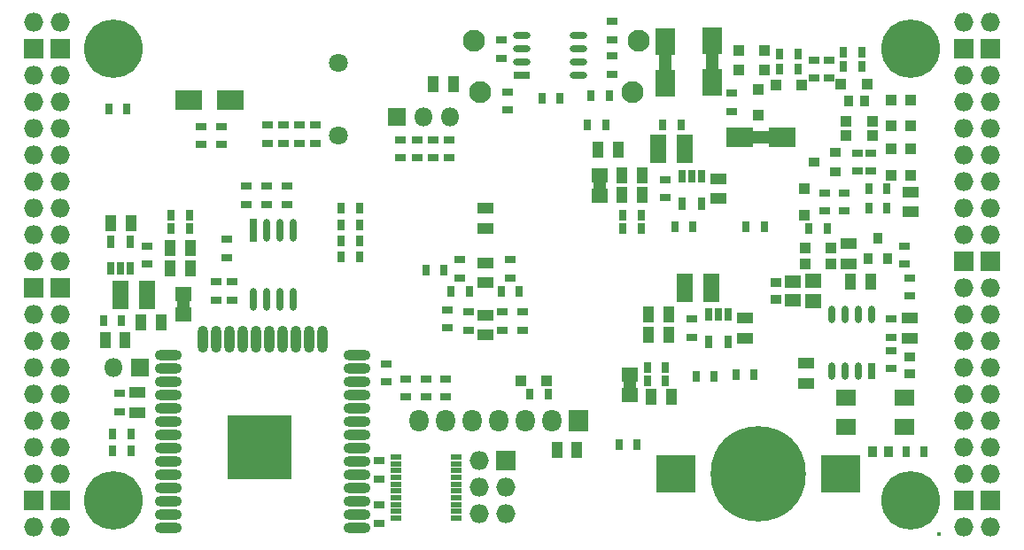
<source format=gbs>
G04 #@! TF.GenerationSoftware,KiCad,Pcbnew,5.0.0-rc3+dfsg1-2*
G04 #@! TF.CreationDate,2018-07-15T09:33:10+02:00*
G04 #@! TF.ProjectId,ulx3s,756C7833732E6B696361645F70636200,rev?*
G04 #@! TF.SameCoordinates,Original*
G04 #@! TF.FileFunction,Soldermask,Bot*
G04 #@! TF.FilePolarity,Negative*
%FSLAX46Y46*%
G04 Gerber Fmt 4.6, Leading zero omitted, Abs format (unit mm)*
G04 Created by KiCad (PCBNEW 5.0.0-rc3+dfsg1-2) date Sun Jul 15 09:33:10 2018*
%MOMM*%
%LPD*%
G01*
G04 APERTURE LIST*
%ADD10C,1.200000*%
%ADD11C,2.100000*%
%ADD12O,2.600000X1.000000*%
%ADD13O,1.000000X2.600000*%
%ADD14R,6.100000X6.100000*%
%ADD15R,0.770000X1.100000*%
%ADD16R,1.500000X1.395000*%
%ADD17R,2.600000X1.900000*%
%ADD18R,1.900000X2.600000*%
%ADD19R,3.800000X3.600000*%
%ADD20C,9.100000*%
%ADD21R,1.650000X0.700000*%
%ADD22O,1.650000X0.700000*%
%ADD23R,0.700000X2.200000*%
%ADD24O,0.700000X2.200000*%
%ADD25R,0.700000X1.650000*%
%ADD26O,0.700000X1.650000*%
%ADD27R,1.100000X0.500000*%
%ADD28R,0.800000X1.300000*%
%ADD29O,1.827200X1.827200*%
%ADD30R,1.827200X1.827200*%
%ADD31C,5.600000*%
%ADD32R,1.827200X2.132000*%
%ADD33O,1.827200X2.132000*%
%ADD34C,1.800000*%
%ADD35R,1.900000X1.500000*%
%ADD36R,1.070000X1.600000*%
%ADD37R,1.600000X1.070000*%
%ADD38R,1.100000X0.770000*%
%ADD39R,1.100000X1.100000*%
%ADD40C,0.400000*%
%ADD41R,1.800000X1.800000*%
%ADD42O,1.800000X1.800000*%
%ADD43R,1.600000X2.800000*%
%ADD44R,0.900000X1.000000*%
%ADD45R,1.000000X0.900000*%
%ADD46R,0.920000X1.100000*%
%ADD47R,1.100000X0.920000*%
%ADD48R,1.500000X1.220000*%
G04 APERTURE END LIST*
D10*
G04 #@! TO.C,RP3*
X149472000Y-77311000D02*
X149472000Y-79311000D01*
G04 #@! TO.C,RP2*
X109609000Y-88632000D02*
X109609000Y-90632000D01*
G04 #@! TO.C,RP1*
X152281000Y-96361000D02*
X152281000Y-98361000D01*
G04 #@! TO.C,RD9*
X166854000Y-73630000D02*
X162854000Y-73630000D01*
G04 #@! TO.C,RD52*
X160155000Y-64391000D02*
X160155000Y-68391000D01*
G04 #@! TO.C,RD51*
X155710000Y-68518000D02*
X155710000Y-64518000D01*
G04 #@! TD*
D11*
G04 #@! TO.C,GPDI1*
X152546000Y-69312000D03*
X138046000Y-69312000D03*
X153146000Y-64412000D03*
X137446000Y-64412000D03*
G04 #@! TD*
D12*
G04 #@! TO.C,U9*
X126230000Y-111000000D03*
X126230000Y-109730000D03*
X126230000Y-108460000D03*
X126230000Y-107190000D03*
X126230000Y-105920000D03*
X126230000Y-104650000D03*
X126230000Y-103380000D03*
X126230000Y-102110000D03*
X126230000Y-100840000D03*
X126230000Y-99570000D03*
X126230000Y-98300000D03*
X126230000Y-97030000D03*
X126230000Y-95760000D03*
X126230000Y-94490000D03*
D13*
X122945000Y-93000000D03*
X121675000Y-93000000D03*
X120405000Y-93000000D03*
X119135000Y-93000000D03*
X117865000Y-93000000D03*
X116595000Y-93000000D03*
X115325000Y-93000000D03*
X114055000Y-93000000D03*
X112785000Y-93000000D03*
X111515000Y-93000000D03*
D12*
X108230000Y-94490000D03*
X108230000Y-95760000D03*
X108230000Y-97030000D03*
X108230000Y-98300000D03*
X108230000Y-99570000D03*
X108230000Y-100840000D03*
X108230000Y-102110000D03*
X108230000Y-103380000D03*
X108230000Y-104650000D03*
X108230000Y-105920000D03*
X108230000Y-107190000D03*
X108230000Y-108460000D03*
X108230000Y-109730000D03*
X108230000Y-111000000D03*
D14*
X116930000Y-103300000D03*
G04 #@! TD*
D15*
G04 #@! TO.C,C49*
X103738000Y-91156000D03*
X101988000Y-91156000D03*
G04 #@! TD*
D16*
G04 #@! TO.C,RP3*
X149472000Y-79278500D03*
X149472000Y-77343500D03*
G04 #@! TD*
G04 #@! TO.C,RP2*
X109609000Y-90599500D03*
X109609000Y-88664500D03*
G04 #@! TD*
G04 #@! TO.C,RP1*
X152281000Y-98328500D03*
X152281000Y-96393500D03*
G04 #@! TD*
D17*
G04 #@! TO.C,RD9*
X162854000Y-73630000D03*
X166854000Y-73630000D03*
G04 #@! TD*
D18*
G04 #@! TO.C,RD52*
X160155000Y-68391000D03*
X160155000Y-64391000D03*
G04 #@! TD*
G04 #@! TO.C,RD51*
X155710000Y-64518000D03*
X155710000Y-68518000D03*
G04 #@! TD*
D19*
G04 #@! TO.C,BAT1*
X172485000Y-105870000D03*
X156685000Y-105870000D03*
D20*
X164585000Y-105870000D03*
G04 #@! TD*
D21*
G04 #@! TO.C,U11*
X141980000Y-67706500D03*
D22*
X141980000Y-66436500D03*
X141980000Y-65166500D03*
X141980000Y-63896500D03*
X147380000Y-63896500D03*
X147380000Y-65166500D03*
X147380000Y-66436500D03*
X147380000Y-67706500D03*
G04 #@! TD*
D23*
G04 #@! TO.C,U10*
X116340000Y-82520000D03*
D24*
X117610000Y-82520000D03*
X118880000Y-82520000D03*
X120150000Y-82520000D03*
X120150000Y-89124000D03*
X118880000Y-89124000D03*
X117610000Y-89124000D03*
X116340000Y-89124000D03*
G04 #@! TD*
D25*
G04 #@! TO.C,U7*
X175395000Y-96015000D03*
D26*
X174125000Y-96015000D03*
X172855000Y-96015000D03*
X171585000Y-96015000D03*
X171585000Y-90615000D03*
X172855000Y-90615000D03*
X174125000Y-90615000D03*
X175395000Y-90615000D03*
G04 #@! TD*
D27*
G04 #@! TO.C,U6*
X129935000Y-104215000D03*
X129935000Y-104865000D03*
X129935000Y-105515000D03*
X129935000Y-106165000D03*
X129935000Y-106815000D03*
X129935000Y-107465000D03*
X129935000Y-108115000D03*
X129935000Y-108765000D03*
X129935000Y-109415000D03*
X129935000Y-110065000D03*
X135735000Y-110065000D03*
X135735000Y-109415000D03*
X135735000Y-108765000D03*
X135735000Y-108115000D03*
X135735000Y-107465000D03*
X135735000Y-106815000D03*
X135735000Y-106165000D03*
X135735000Y-105515000D03*
X135735000Y-104865000D03*
X135735000Y-104215000D03*
G04 #@! TD*
D28*
G04 #@! TO.C,U5*
X157285000Y-77392000D03*
X158235000Y-77392000D03*
X159185000Y-77392000D03*
X159185000Y-79992000D03*
X157285000Y-79992000D03*
G04 #@! TD*
G04 #@! TO.C,U3*
X159825000Y-90600000D03*
X160775000Y-90600000D03*
X161725000Y-90600000D03*
X161725000Y-93200000D03*
X159825000Y-93200000D03*
G04 #@! TD*
G04 #@! TO.C,U4*
X104575000Y-86215000D03*
X103625000Y-86215000D03*
X102675000Y-86215000D03*
X102675000Y-83615000D03*
X104575000Y-83615000D03*
G04 #@! TD*
D29*
G04 #@! TO.C,J1*
X97910000Y-62690000D03*
X95370000Y-62690000D03*
D30*
X97910000Y-65230000D03*
X95370000Y-65230000D03*
D29*
X97910000Y-67770000D03*
X95370000Y-67770000D03*
X97910000Y-70310000D03*
X95370000Y-70310000D03*
X97910000Y-72850000D03*
X95370000Y-72850000D03*
X97910000Y-75390000D03*
X95370000Y-75390000D03*
X97910000Y-77930000D03*
X95370000Y-77930000D03*
X97910000Y-80470000D03*
X95370000Y-80470000D03*
X97910000Y-83010000D03*
X95370000Y-83010000D03*
X97910000Y-85550000D03*
X95370000Y-85550000D03*
D30*
X97910000Y-88090000D03*
X95370000Y-88090000D03*
D29*
X97910000Y-90630000D03*
X95370000Y-90630000D03*
X97910000Y-93170000D03*
X95370000Y-93170000D03*
X97910000Y-95710000D03*
X95370000Y-95710000D03*
X97910000Y-98250000D03*
X95370000Y-98250000D03*
X97910000Y-100790000D03*
X95370000Y-100790000D03*
X97910000Y-103330000D03*
X95370000Y-103330000D03*
X97910000Y-105870000D03*
X95370000Y-105870000D03*
D30*
X97910000Y-108410000D03*
X95370000Y-108410000D03*
D29*
X97910000Y-110950000D03*
X95370000Y-110950000D03*
G04 #@! TD*
G04 #@! TO.C,J2*
X184270000Y-110950000D03*
X186810000Y-110950000D03*
D30*
X184270000Y-108410000D03*
X186810000Y-108410000D03*
D29*
X184270000Y-105870000D03*
X186810000Y-105870000D03*
X184270000Y-103330000D03*
X186810000Y-103330000D03*
X184270000Y-100790000D03*
X186810000Y-100790000D03*
X184270000Y-98250000D03*
X186810000Y-98250000D03*
X184270000Y-95710000D03*
X186810000Y-95710000D03*
X184270000Y-93170000D03*
X186810000Y-93170000D03*
X184270000Y-90630000D03*
X186810000Y-90630000D03*
X184270000Y-88090000D03*
X186810000Y-88090000D03*
D30*
X184270000Y-85550000D03*
X186810000Y-85550000D03*
D29*
X184270000Y-83010000D03*
X186810000Y-83010000D03*
X184270000Y-80470000D03*
X186810000Y-80470000D03*
X184270000Y-77930000D03*
X186810000Y-77930000D03*
X184270000Y-75390000D03*
X186810000Y-75390000D03*
X184270000Y-72850000D03*
X186810000Y-72850000D03*
X184270000Y-70310000D03*
X186810000Y-70310000D03*
X184270000Y-67770000D03*
X186810000Y-67770000D03*
D30*
X184270000Y-65230000D03*
X186810000Y-65230000D03*
D29*
X184270000Y-62690000D03*
X186810000Y-62690000D03*
G04 #@! TD*
D31*
G04 #@! TO.C,H1*
X102990000Y-108410000D03*
G04 #@! TD*
G04 #@! TO.C,H2*
X179190000Y-108410000D03*
G04 #@! TD*
G04 #@! TO.C,H3*
X179190000Y-65230000D03*
G04 #@! TD*
G04 #@! TO.C,H4*
X102990000Y-65230000D03*
G04 #@! TD*
D30*
G04 #@! TO.C,J4*
X140455000Y-104600000D03*
D29*
X137915000Y-104600000D03*
X140455000Y-107140000D03*
X137915000Y-107140000D03*
X140455000Y-109680000D03*
X137915000Y-109680000D03*
G04 #@! TD*
D32*
G04 #@! TO.C,OLED1*
X147440000Y-100790000D03*
D33*
X144900000Y-100790000D03*
X142360000Y-100790000D03*
X139820000Y-100790000D03*
X137280000Y-100790000D03*
X134740000Y-100790000D03*
X132200000Y-100790000D03*
G04 #@! TD*
D34*
G04 #@! TO.C,AUDIO1*
X124468000Y-66518000D03*
X124468000Y-73518000D03*
G04 #@! TD*
D35*
G04 #@! TO.C,Y2*
X178576000Y-98522000D03*
X172976000Y-98522000D03*
X172976000Y-101322000D03*
X178576000Y-101322000D03*
G04 #@! TD*
D36*
G04 #@! TO.C,C47*
X133546000Y-68550000D03*
X135456000Y-68550000D03*
G04 #@! TD*
G04 #@! TO.C,C1*
X102748500Y-81885000D03*
X104658500Y-81885000D03*
G04 #@! TD*
D15*
G04 #@! TO.C,C2*
X153985000Y-96910000D03*
X155735000Y-96910000D03*
G04 #@! TD*
D36*
G04 #@! TO.C,C3*
X156015000Y-90630000D03*
X154105000Y-90630000D03*
G04 #@! TD*
G04 #@! TO.C,C4*
X154105000Y-92535000D03*
X156015000Y-92535000D03*
G04 #@! TD*
D37*
G04 #@! TO.C,C5*
X163315000Y-90945000D03*
X163315000Y-92855000D03*
G04 #@! TD*
D15*
G04 #@! TO.C,C6*
X151645000Y-82375000D03*
X153395000Y-82375000D03*
G04 #@! TD*
D36*
G04 #@! TO.C,C7*
X153475000Y-79200000D03*
X151565000Y-79200000D03*
G04 #@! TD*
G04 #@! TO.C,C8*
X153475000Y-77295000D03*
X151565000Y-77295000D03*
G04 #@! TD*
D37*
G04 #@! TO.C,C9*
X160775000Y-79520000D03*
X160775000Y-77610000D03*
G04 #@! TD*
D15*
G04 #@! TO.C,C10*
X108465000Y-81105000D03*
X110215000Y-81105000D03*
G04 #@! TD*
D36*
G04 #@! TO.C,C11*
X108385000Y-84280000D03*
X110295000Y-84280000D03*
G04 #@! TD*
G04 #@! TO.C,C12*
X110295000Y-86185000D03*
X108385000Y-86185000D03*
G04 #@! TD*
D37*
G04 #@! TO.C,C13*
X173221000Y-83833000D03*
X173221000Y-85743000D03*
G04 #@! TD*
D38*
G04 #@! TO.C,C14*
X175380000Y-76900000D03*
X175380000Y-75150000D03*
G04 #@! TD*
D37*
G04 #@! TO.C,C15*
X105276000Y-99967000D03*
X105276000Y-98057000D03*
G04 #@! TD*
D36*
G04 #@! TO.C,C16*
X173424000Y-87473000D03*
X175334000Y-87473000D03*
G04 #@! TD*
D37*
G04 #@! TO.C,C17*
X138500000Y-90665000D03*
X138500000Y-92575000D03*
G04 #@! TD*
D38*
G04 #@! TO.C,C18*
X150589600Y-64359000D03*
X150589600Y-62609000D03*
G04 #@! TD*
D37*
G04 #@! TO.C,C19*
X138500000Y-82375000D03*
X138500000Y-80465000D03*
G04 #@! TD*
G04 #@! TO.C,C20*
X138500000Y-87575000D03*
X138500000Y-85665000D03*
G04 #@! TD*
D36*
G04 #@! TO.C,C21*
X104072000Y-93061000D03*
X102162000Y-93061000D03*
G04 #@! TD*
G04 #@! TO.C,C22*
X154359000Y-98504000D03*
X156269000Y-98504000D03*
G04 #@! TD*
G04 #@! TO.C,C23*
X105591000Y-91392000D03*
X107501000Y-91392000D03*
G04 #@! TD*
G04 #@! TO.C,C24*
X151189000Y-74882000D03*
X149279000Y-74882000D03*
G04 #@! TD*
D38*
G04 #@! TO.C,C25*
X140900000Y-87095000D03*
X140900000Y-85345000D03*
G04 #@! TD*
G04 #@! TO.C,C26*
X136100000Y-87095000D03*
X136100000Y-85345000D03*
G04 #@! TD*
G04 #@! TO.C,C27*
X136900000Y-92095000D03*
X136900000Y-90345000D03*
G04 #@! TD*
G04 #@! TO.C,C28*
X140100000Y-90345000D03*
X140100000Y-92095000D03*
G04 #@! TD*
G04 #@! TO.C,C29*
X142100000Y-92095000D03*
X142100000Y-90345000D03*
G04 #@! TD*
G04 #@! TO.C,C30*
X134900000Y-90145000D03*
X134900000Y-91895000D03*
G04 #@! TD*
D15*
G04 #@! TO.C,C31*
X135225000Y-88420000D03*
X136975000Y-88420000D03*
G04 #@! TD*
G04 #@! TO.C,C32*
X140025000Y-88420000D03*
X141775000Y-88420000D03*
G04 #@! TD*
G04 #@! TO.C,C33*
X163425000Y-82220000D03*
X165175000Y-82220000D03*
G04 #@! TD*
G04 #@! TO.C,C34*
X158375000Y-82220000D03*
X156625000Y-82220000D03*
G04 #@! TD*
D38*
G04 #@! TO.C,C35*
X177300000Y-94025000D03*
X177300000Y-95775000D03*
G04 #@! TD*
D36*
G04 #@! TO.C,C46*
X145342000Y-103584000D03*
X147252000Y-103584000D03*
G04 #@! TD*
D15*
G04 #@! TO.C,C48*
X104246000Y-70963000D03*
X102496000Y-70963000D03*
G04 #@! TD*
D38*
G04 #@! TO.C,C50*
X179063000Y-88856000D03*
X179063000Y-87106000D03*
G04 #@! TD*
D15*
G04 #@! TO.C,C51*
X180473000Y-103711000D03*
X178723000Y-103711000D03*
G04 #@! TD*
G04 #@! TO.C,C52*
X158645000Y-96490000D03*
X160395000Y-96490000D03*
G04 #@! TD*
G04 #@! TO.C,C53*
X132827200Y-86330000D03*
X134577200Y-86330000D03*
G04 #@! TD*
D37*
G04 #@! TO.C,C54*
X169172000Y-95281000D03*
X169172000Y-97191000D03*
G04 #@! TD*
G04 #@! TO.C,D11*
X179190000Y-80790000D03*
X179190000Y-78880000D03*
G04 #@! TD*
D39*
G04 #@! TO.C,D10*
X169050000Y-84280000D03*
X171550000Y-84280000D03*
G04 #@! TD*
G04 #@! TO.C,D12*
X169030000Y-78585000D03*
X169030000Y-81085000D03*
G04 #@! TD*
G04 #@! TO.C,D13*
X171550000Y-85804000D03*
X169050000Y-85804000D03*
G04 #@! TD*
G04 #@! TO.C,D14*
X179190000Y-74775000D03*
X179190000Y-77275000D03*
G04 #@! TD*
G04 #@! TO.C,D15*
X177285000Y-77275000D03*
X177285000Y-74775000D03*
G04 #@! TD*
G04 #@! TO.C,D16*
X172987000Y-73503000D03*
X175487000Y-73503000D03*
G04 #@! TD*
G04 #@! TO.C,D17*
X164585000Y-69060000D03*
X164585000Y-71560000D03*
G04 #@! TD*
G04 #@! TO.C,D20*
X168756000Y-68659000D03*
X166256000Y-68659000D03*
G04 #@! TD*
G04 #@! TO.C,D21*
X174979000Y-68550000D03*
X172479000Y-68550000D03*
G04 #@! TD*
G04 #@! TO.C,D23*
X165200000Y-67262000D03*
X162700000Y-67262000D03*
G04 #@! TD*
G04 #@! TO.C,D24*
X162700000Y-65357000D03*
X165200000Y-65357000D03*
G04 #@! TD*
G04 #@! TO.C,D25*
X177285000Y-72594000D03*
X177285000Y-70094000D03*
G04 #@! TD*
G04 #@! TO.C,D26*
X179190000Y-70094000D03*
X179190000Y-72594000D03*
G04 #@! TD*
D40*
G04 #@! TO.C,AE1*
X181872000Y-111603000D03*
G04 #@! TD*
D38*
G04 #@! TO.C,R49*
X113277000Y-74360000D03*
X113277000Y-72610000D03*
G04 #@! TD*
G04 #@! TO.C,R50*
X111372000Y-72610000D03*
X111372000Y-74360000D03*
G04 #@! TD*
D15*
G04 #@! TO.C,R51*
X155455000Y-72487000D03*
X157205000Y-72487000D03*
G04 #@! TD*
D38*
G04 #@! TO.C,R52*
X171331000Y-66278000D03*
X171331000Y-68028000D03*
G04 #@! TD*
G04 #@! TO.C,R53*
X169919000Y-68028000D03*
X169919000Y-66278000D03*
G04 #@! TD*
D15*
G04 #@! TO.C,R54*
X174477000Y-65502000D03*
X172727000Y-65502000D03*
G04 #@! TD*
D38*
G04 #@! TO.C,R56*
X128390000Y-106321000D03*
X128390000Y-104571000D03*
G04 #@! TD*
G04 #@! TO.C,R57*
X117722000Y-72483000D03*
X117722000Y-74233000D03*
G04 #@! TD*
G04 #@! TO.C,R58*
X119246000Y-74233000D03*
X119246000Y-72483000D03*
G04 #@! TD*
G04 #@! TO.C,R59*
X120770000Y-72483000D03*
X120770000Y-74233000D03*
G04 #@! TD*
G04 #@! TO.C,R60*
X122294000Y-74233000D03*
X122294000Y-72483000D03*
G04 #@! TD*
D15*
G04 #@! TO.C,R61*
X145655000Y-69900000D03*
X143905000Y-69900000D03*
G04 #@! TD*
D41*
G04 #@! TO.C,J3*
X105530000Y-95710000D03*
D42*
X102990000Y-95710000D03*
G04 #@! TD*
D41*
G04 #@! TO.C,J5*
X130056000Y-71725000D03*
D42*
X132596000Y-71725000D03*
X135136000Y-71725000D03*
G04 #@! TD*
D15*
G04 #@! TO.C,R40*
X166631000Y-65738000D03*
X168381000Y-65738000D03*
G04 #@! TD*
D38*
G04 #@! TO.C,R55*
X134740000Y-96740000D03*
X134740000Y-98490000D03*
G04 #@! TD*
D37*
G04 #@! TO.C,C55*
X179078000Y-90963000D03*
X179078000Y-92873000D03*
G04 #@! TD*
D38*
G04 #@! TO.C,R65*
X177300000Y-92793000D03*
X177300000Y-91043000D03*
G04 #@! TD*
D43*
G04 #@! TO.C,L1*
X160140000Y-88090000D03*
X157600000Y-88090000D03*
G04 #@! TD*
G04 #@! TO.C,L2*
X103625000Y-88725000D03*
X106165000Y-88725000D03*
G04 #@! TD*
G04 #@! TO.C,L3*
X155060000Y-74755000D03*
X157600000Y-74755000D03*
G04 #@! TD*
D15*
G04 #@! TO.C,R1*
X171175000Y-82375000D03*
X169425000Y-82375000D03*
G04 #@! TD*
D38*
G04 #@! TO.C,R2*
X172840000Y-78960000D03*
X172840000Y-80710000D03*
G04 #@! TD*
G04 #@! TO.C,R3*
X162045000Y-71185000D03*
X162045000Y-69435000D03*
G04 #@! TD*
D15*
G04 #@! TO.C,R4*
X176890000Y-80470000D03*
X175140000Y-80470000D03*
G04 #@! TD*
D38*
G04 #@! TO.C,R5*
X174110000Y-75150000D03*
X174110000Y-76900000D03*
G04 #@! TD*
G04 #@! TO.C,R6*
X178555000Y-85790000D03*
X178555000Y-84040000D03*
G04 #@! TD*
G04 #@! TO.C,R7*
X113785000Y-85155000D03*
X113785000Y-83405000D03*
G04 #@! TD*
G04 #@! TO.C,R8*
X170935000Y-80710000D03*
X170935000Y-78960000D03*
G04 #@! TD*
G04 #@! TO.C,R9*
X128390000Y-110555000D03*
X128390000Y-108805000D03*
G04 #@! TD*
D15*
G04 #@! TO.C,R10*
X151264000Y-103076000D03*
X153014000Y-103076000D03*
G04 #@! TD*
D38*
G04 #@! TO.C,R11*
X119515000Y-80093000D03*
X119515000Y-78343000D03*
G04 #@! TD*
G04 #@! TO.C,R12*
X114308000Y-89219000D03*
X114308000Y-87469000D03*
G04 #@! TD*
D15*
G04 #@! TO.C,R13*
X175140000Y-78565000D03*
X176890000Y-78565000D03*
G04 #@! TD*
G04 #@! TO.C,R14*
X124721000Y-85060000D03*
X126471000Y-85060000D03*
G04 #@! TD*
G04 #@! TO.C,R15*
X126471000Y-83536000D03*
X124721000Y-83536000D03*
G04 #@! TD*
G04 #@! TO.C,R16*
X124721000Y-82012000D03*
X126471000Y-82012000D03*
G04 #@! TD*
G04 #@! TO.C,R17*
X126471000Y-80470000D03*
X124721000Y-80470000D03*
G04 #@! TD*
D38*
G04 #@! TO.C,R18*
X130422000Y-73898000D03*
X130422000Y-75648000D03*
G04 #@! TD*
G04 #@! TO.C,R19*
X131961000Y-73898000D03*
X131961000Y-75648000D03*
G04 #@! TD*
G04 #@! TO.C,R20*
X133485000Y-73898000D03*
X133485000Y-75648000D03*
G04 #@! TD*
G04 #@! TO.C,R21*
X135009000Y-75648000D03*
X135009000Y-73898000D03*
G04 #@! TD*
G04 #@! TO.C,R22*
X140025500Y-66105000D03*
X140025500Y-64355000D03*
G04 #@! TD*
G04 #@! TO.C,R23*
X140597000Y-71076000D03*
X140597000Y-69326000D03*
G04 #@! TD*
G04 #@! TO.C,R24*
X150615000Y-67647000D03*
X150615000Y-65897000D03*
G04 #@! TD*
D15*
G04 #@! TO.C,R25*
X148300000Y-72487000D03*
X150050000Y-72487000D03*
G04 #@! TD*
G04 #@! TO.C,R26*
X150362000Y-69693000D03*
X148612000Y-69693000D03*
G04 #@! TD*
D38*
G04 #@! TO.C,R27*
X129025000Y-95300000D03*
X129025000Y-97050000D03*
G04 #@! TD*
G04 #@! TO.C,R28*
X117595000Y-78343000D03*
X117595000Y-80093000D03*
G04 #@! TD*
G04 #@! TO.C,R29*
X112784000Y-89219000D03*
X112784000Y-87469000D03*
G04 #@! TD*
G04 #@! TO.C,R30*
X115690000Y-78343000D03*
X115690000Y-80093000D03*
G04 #@! TD*
D15*
G04 #@! TO.C,R31*
X142755000Y-98250000D03*
X144505000Y-98250000D03*
G04 #@! TD*
D38*
G04 #@! TO.C,R32*
X132835000Y-98490000D03*
X132835000Y-96740000D03*
G04 #@! TD*
G04 #@! TO.C,R33*
X130930000Y-96740000D03*
X130930000Y-98490000D03*
G04 #@! TD*
D15*
G04 #@! TO.C,R34*
X102877000Y-103600000D03*
X104627000Y-103600000D03*
G04 #@! TD*
G04 #@! TO.C,R35*
X102877000Y-102060000D03*
X104627000Y-102060000D03*
G04 #@! TD*
D38*
G04 #@! TO.C,R38*
X103576500Y-99905000D03*
X103576500Y-98155000D03*
G04 #@! TD*
D15*
G04 #@! TO.C,R39*
X164190000Y-96345000D03*
X162440000Y-96345000D03*
G04 #@! TD*
G04 #@! TO.C,R63*
X168381000Y-67135000D03*
X166631000Y-67135000D03*
G04 #@! TD*
G04 #@! TO.C,R64*
X174475000Y-66899000D03*
X172725000Y-66899000D03*
G04 #@! TD*
G04 #@! TO.C,RA1*
X153985000Y-95640000D03*
X155735000Y-95640000D03*
G04 #@! TD*
G04 #@! TO.C,RA2*
X110215000Y-82375000D03*
X108465000Y-82375000D03*
G04 #@! TD*
G04 #@! TO.C,RA3*
X151645000Y-81105000D03*
X153395000Y-81105000D03*
G04 #@! TD*
D38*
G04 #@! TO.C,RB1*
X158235000Y-92775000D03*
X158235000Y-91025000D03*
G04 #@! TD*
G04 #@! TO.C,RB2*
X106165000Y-85790000D03*
X106165000Y-84040000D03*
G04 #@! TD*
G04 #@! TO.C,RB3*
X155695000Y-79440000D03*
X155695000Y-77690000D03*
G04 #@! TD*
D17*
G04 #@! TO.C,D8*
X110149000Y-70074000D03*
X114149000Y-70074000D03*
G04 #@! TD*
D44*
G04 #@! TO.C,Q1*
X176015000Y-83280000D03*
X175065000Y-85280000D03*
X176965000Y-85280000D03*
G04 #@! TD*
D45*
G04 #@! TO.C,Q2*
X171935000Y-75075000D03*
X171935000Y-76975000D03*
X169935000Y-76025000D03*
G04 #@! TD*
D39*
G04 #@! TO.C,D27*
X175502000Y-72106000D03*
X173002000Y-72106000D03*
G04 #@! TD*
D46*
G04 #@! TO.C,R66*
X173198000Y-70201000D03*
X174798000Y-70201000D03*
G04 #@! TD*
D47*
G04 #@! TO.C,C56*
X179078000Y-96274000D03*
X179078000Y-94674000D03*
G04 #@! TD*
D46*
G04 #@! TO.C,C57*
X177084000Y-103711000D03*
X175484000Y-103711000D03*
G04 #@! TD*
D48*
G04 #@! TO.C,C58*
X167902000Y-89242000D03*
X167902000Y-87482000D03*
G04 #@! TD*
D47*
G04 #@! TO.C,C59*
X166251000Y-89162000D03*
X166251000Y-87562000D03*
G04 #@! TD*
D16*
G04 #@! TO.C,L4*
X169807000Y-87394500D03*
X169807000Y-89329500D03*
G04 #@! TD*
D39*
G04 #@! TO.C,D28*
X144372000Y-96980000D03*
X141872000Y-96980000D03*
G04 #@! TD*
M02*

</source>
